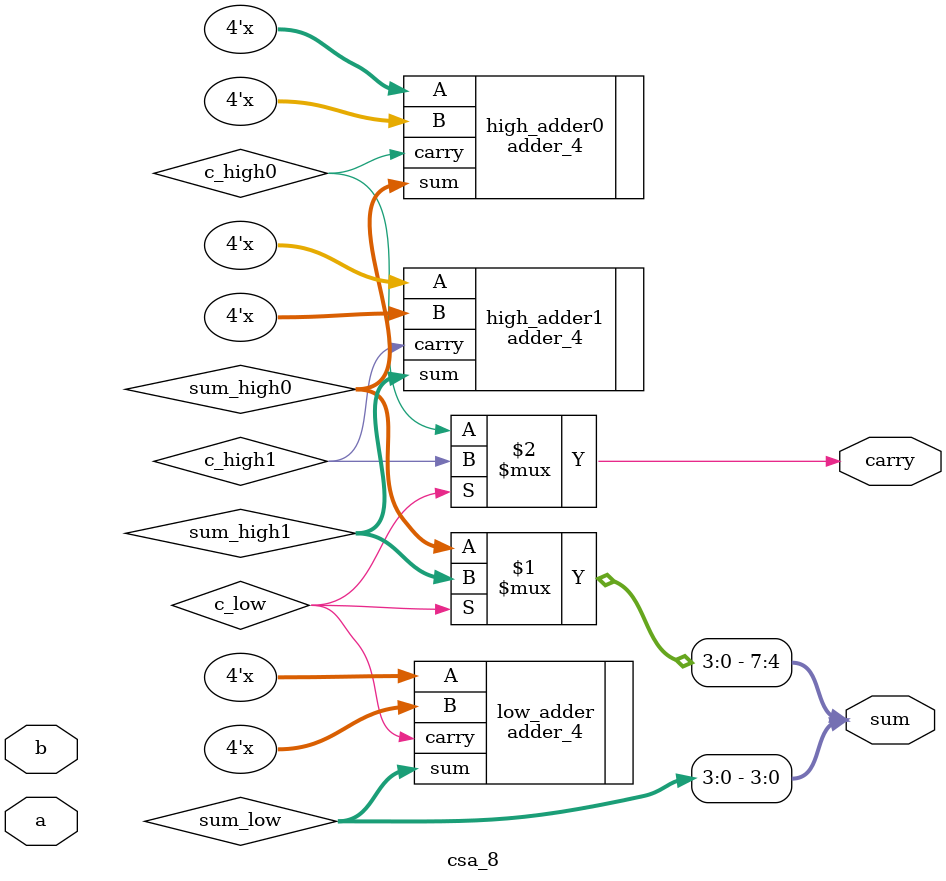
<source format=sv>
module csa_8 (
  input logic [7:0] a, b,
  output logic [7:0] sum,
  output logic carry
);
  logic [3:0] sum_low, sum_high0, sum_high1;
  logic c_low, c_high0, c_high1;

  // Lower 4 bits adder
  adder_4 low_adder (
    .A(A[3:0]),
    .B(B[3:0]),
    .sum(sum_low),
    .carry(c_low)
  );

  // Upper 4 bits adder assuming carry_in = 0
  adder_4 high_adder0 (
    .A(A[7:4]),
    .B(B[7:4]),
    .sum(sum_high0),
    .carry(c_high0)
  );

  // Upper 4 bits adder assuming carry_in = 1
  adder_4 high_adder1 (
    .A(A[7:4]),
    .B(B[7:4]),
    .sum(sum_high1),
    .carry(c_high1)
  );

  // Select the correct sum and carry based on lower adder carry
  assign sum[3:0] = sum_low;
  assign sum[7:4] = c_low ? sum_high1 : sum_high0;
  assign carry = c_low ? c_high1 : c_high0;
endmodule

</source>
